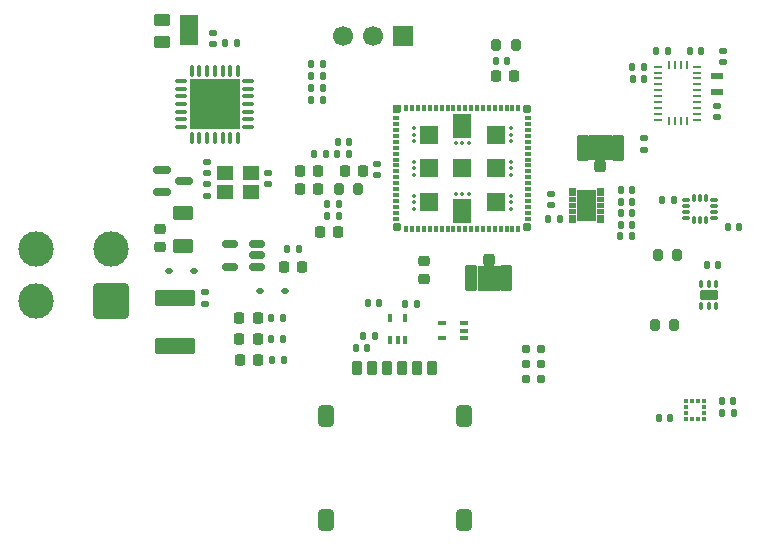
<source format=gbr>
%TF.GenerationSoftware,KiCad,Pcbnew,9.0.1-1.fc42*%
%TF.CreationDate,2025-04-29T06:49:19+02:00*%
%TF.ProjectId,westfly_ahrs_nrf,77657374-666c-4795-9f61-6872735f6e72,0.02*%
%TF.SameCoordinates,Original*%
%TF.FileFunction,Soldermask,Top*%
%TF.FilePolarity,Negative*%
%FSLAX46Y46*%
G04 Gerber Fmt 4.6, Leading zero omitted, Abs format (unit mm)*
G04 Created by KiCad (PCBNEW 9.0.1-1.fc42) date 2025-04-29 06:49:19*
%MOMM*%
%LPD*%
G01*
G04 APERTURE LIST*
G04 Aperture macros list*
%AMRoundRect*
0 Rectangle with rounded corners*
0 $1 Rounding radius*
0 $2 $3 $4 $5 $6 $7 $8 $9 X,Y pos of 4 corners*
0 Add a 4 corners polygon primitive as box body*
4,1,4,$2,$3,$4,$5,$6,$7,$8,$9,$2,$3,0*
0 Add four circle primitives for the rounded corners*
1,1,$1+$1,$2,$3*
1,1,$1+$1,$4,$5*
1,1,$1+$1,$6,$7*
1,1,$1+$1,$8,$9*
0 Add four rect primitives between the rounded corners*
20,1,$1+$1,$2,$3,$4,$5,0*
20,1,$1+$1,$4,$5,$6,$7,0*
20,1,$1+$1,$6,$7,$8,$9,0*
20,1,$1+$1,$8,$9,$2,$3,0*%
%AMFreePoly0*
4,1,18,-0.325000,0.292500,-0.322526,0.304937,-0.315481,0.315481,-0.304937,0.322526,-0.292500,0.325000,0.292500,0.325000,0.304937,0.322526,0.315481,0.315481,0.322526,0.304937,0.325000,0.292500,0.325000,-0.195000,0.195000,-0.325000,-0.292500,-0.325000,-0.304937,-0.322526,-0.315481,-0.315481,-0.322526,-0.304937,-0.325000,-0.292500,-0.325000,0.292500,-0.325000,0.292500,$1*%
%AMFreePoly1*
4,1,6,1.000000,0.000000,0.500000,-0.750000,-0.500000,-0.750000,-0.500000,0.750000,0.500000,0.750000,1.000000,0.000000,1.000000,0.000000,$1*%
%AMFreePoly2*
4,1,6,0.500000,-0.750000,-0.650000,-0.750000,-0.150000,0.000000,-0.650000,0.750000,0.500000,0.750000,0.500000,-0.750000,0.500000,-0.750000,$1*%
G04 Aperture macros list end*
%ADD10C,0.010000*%
%ADD11RoundRect,0.250000X0.250000X-0.275000X0.250000X0.275000X-0.250000X0.275000X-0.250000X-0.275000X0*%
%ADD12RoundRect,0.250000X0.275000X-0.850000X0.275000X0.850000X-0.275000X0.850000X-0.275000X-0.850000X0*%
%ADD13RoundRect,0.250000X-0.250000X0.275000X-0.250000X-0.275000X0.250000X-0.275000X0.250000X0.275000X0*%
%ADD14RoundRect,0.250000X-0.275000X0.850000X-0.275000X-0.850000X0.275000X-0.850000X0.275000X0.850000X0*%
%ADD15RoundRect,0.140000X-0.140000X-0.170000X0.140000X-0.170000X0.140000X0.170000X-0.140000X0.170000X0*%
%ADD16R,1.400000X1.200000*%
%ADD17RoundRect,0.250000X-0.625000X0.375000X-0.625000X-0.375000X0.625000X-0.375000X0.625000X0.375000X0*%
%ADD18RoundRect,0.225000X-0.250000X0.225000X-0.250000X-0.225000X0.250000X-0.225000X0.250000X0.225000X0*%
%ADD19RoundRect,0.140000X0.140000X0.170000X-0.140000X0.170000X-0.140000X-0.170000X0.140000X-0.170000X0*%
%ADD20RoundRect,0.249999X-1.450001X0.450001X-1.450001X-0.450001X1.450001X-0.450001X1.450001X0.450001X0*%
%ADD21RoundRect,0.100000X0.225000X0.100000X-0.225000X0.100000X-0.225000X-0.100000X0.225000X-0.100000X0*%
%ADD22RoundRect,0.200000X0.200000X0.275000X-0.200000X0.275000X-0.200000X-0.275000X0.200000X-0.275000X0*%
%ADD23RoundRect,0.225000X0.225000X0.250000X-0.225000X0.250000X-0.225000X-0.250000X0.225000X-0.250000X0*%
%ADD24RoundRect,0.112500X0.187500X0.112500X-0.187500X0.112500X-0.187500X-0.112500X0.187500X-0.112500X0*%
%ADD25RoundRect,0.135000X-0.135000X-0.185000X0.135000X-0.185000X0.135000X0.185000X-0.135000X0.185000X0*%
%ADD26RoundRect,0.075000X-0.075000X0.437500X-0.075000X-0.437500X0.075000X-0.437500X0.075000X0.437500X0*%
%ADD27RoundRect,0.075000X-0.437500X0.075000X-0.437500X-0.075000X0.437500X-0.075000X0.437500X0.075000X0*%
%ADD28R,4.250000X4.250000*%
%ADD29FreePoly0,0.000000*%
%ADD30RoundRect,0.015000X0.210000X-0.135000X0.210000X0.135000X-0.210000X0.135000X-0.210000X-0.135000X0*%
%ADD31RoundRect,0.032500X-0.292500X-0.292500X0.292500X-0.292500X0.292500X0.292500X-0.292500X0.292500X0*%
%ADD32RoundRect,0.015000X-0.135000X-0.210000X0.135000X-0.210000X0.135000X0.210000X-0.135000X0.210000X0*%
%ADD33RoundRect,0.010000X-0.090000X-0.090000X0.090000X-0.090000X0.090000X0.090000X-0.090000X0.090000X0*%
%ADD34RoundRect,0.010000X0.090000X-0.090000X0.090000X0.090000X-0.090000X0.090000X-0.090000X-0.090000X0*%
%ADD35RoundRect,0.080000X-0.720000X-0.720000X0.720000X-0.720000X0.720000X0.720000X-0.720000X0.720000X0*%
%ADD36RoundRect,0.080000X-0.720000X-0.895000X0.720000X-0.895000X0.720000X0.895000X-0.720000X0.895000X0*%
%ADD37RoundRect,0.200000X-0.200000X-0.275000X0.200000X-0.275000X0.200000X0.275000X-0.200000X0.275000X0*%
%ADD38RoundRect,0.225000X-0.225000X-0.250000X0.225000X-0.250000X0.225000X0.250000X-0.225000X0.250000X0*%
%ADD39FreePoly1,90.000000*%
%ADD40FreePoly2,90.000000*%
%ADD41RoundRect,0.140000X-0.170000X0.140000X-0.170000X-0.140000X0.170000X-0.140000X0.170000X0.140000X0*%
%ADD42RoundRect,0.135000X0.135000X0.185000X-0.135000X0.185000X-0.135000X-0.185000X0.135000X-0.185000X0*%
%ADD43O,0.390000X0.640000*%
%ADD44C,0.202000*%
%ADD45RoundRect,0.070000X0.675000X-0.325000X0.675000X0.325000X-0.675000X0.325000X-0.675000X-0.325000X0*%
%ADD46RoundRect,0.150000X0.512500X0.150000X-0.512500X0.150000X-0.512500X-0.150000X0.512500X-0.150000X0*%
%ADD47RoundRect,0.140000X0.170000X-0.140000X0.170000X0.140000X-0.170000X0.140000X-0.170000X-0.140000X0*%
%ADD48RoundRect,0.147500X0.172500X-0.147500X0.172500X0.147500X-0.172500X0.147500X-0.172500X-0.147500X0*%
%ADD49C,0.787400*%
%ADD50RoundRect,0.100000X0.100000X-0.225000X0.100000X0.225000X-0.100000X0.225000X-0.100000X-0.225000X0*%
%ADD51RoundRect,0.218750X-0.218750X-0.256250X0.218750X-0.256250X0.218750X0.256250X-0.218750X0.256250X0*%
%ADD52RoundRect,0.225000X-0.225000X-0.375000X0.225000X-0.375000X0.225000X0.375000X-0.225000X0.375000X0*%
%ADD53RoundRect,0.250000X-0.400000X-0.650000X0.400000X-0.650000X0.400000X0.650000X-0.400000X0.650000X0*%
%ADD54R,0.375000X0.350000*%
%ADD55R,0.350000X0.375000*%
%ADD56RoundRect,0.135000X0.185000X-0.135000X0.185000X0.135000X-0.185000X0.135000X-0.185000X-0.135000X0*%
%ADD57RoundRect,0.150000X-0.587500X-0.150000X0.587500X-0.150000X0.587500X0.150000X-0.587500X0.150000X0*%
%ADD58R,1.700000X1.700000*%
%ADD59C,1.700000*%
%ADD60R,0.675000X0.254000*%
%ADD61R,0.254000X0.675000*%
%ADD62R,1.100000X0.600000*%
%ADD63RoundRect,0.250000X-0.450000X0.262500X-0.450000X-0.262500X0.450000X-0.262500X0.450000X0.262500X0*%
%ADD64RoundRect,0.087500X-0.225000X-0.087500X0.225000X-0.087500X0.225000X0.087500X-0.225000X0.087500X0*%
%ADD65RoundRect,0.087500X-0.087500X-0.225000X0.087500X-0.225000X0.087500X0.225000X-0.087500X0.225000X0*%
%ADD66RoundRect,0.284091X1.215909X1.215909X-1.215909X1.215909X-1.215909X-1.215909X1.215909X-1.215909X0*%
%ADD67C,3.000000*%
G04 APERTURE END LIST*
%TO.C,J7*%
G36*
X218311000Y-90042400D02*
G01*
X220191000Y-90042400D01*
X220191000Y-87952400D01*
X218311000Y-87952400D01*
X218311000Y-90042400D01*
G37*
%TO.C,J6*%
G36*
X210744000Y-99002200D02*
G01*
X208864000Y-99002200D01*
X208864000Y-101092200D01*
X210744000Y-101092200D01*
X210744000Y-99002200D01*
G37*
%TO.C,JP1*%
G36*
X183654000Y-80256000D02*
G01*
X185154000Y-80256000D01*
X185154000Y-77806000D01*
X183654000Y-77806000D01*
X183654000Y-80256000D01*
G37*
D10*
%TO.C,U1*%
X217103800Y-93006000D02*
X216578800Y-93006000D01*
X216578800Y-92391000D01*
X217103800Y-92391000D01*
X217103800Y-93006000D01*
G36*
X217103800Y-93006000D02*
G01*
X216578800Y-93006000D01*
X216578800Y-92391000D01*
X217103800Y-92391000D01*
X217103800Y-93006000D01*
G37*
X217103800Y-93529500D02*
X216578800Y-93529500D01*
X216578800Y-93154500D01*
X217103800Y-93154500D01*
X217103800Y-93529500D01*
G36*
X217103800Y-93529500D02*
G01*
X216578800Y-93529500D01*
X216578800Y-93154500D01*
X217103800Y-93154500D01*
X217103800Y-93529500D01*
G37*
X217103800Y-94029500D02*
X216578800Y-94029500D01*
X216578800Y-93654500D01*
X217103800Y-93654500D01*
X217103800Y-94029500D01*
G36*
X217103800Y-94029500D02*
G01*
X216578800Y-94029500D01*
X216578800Y-93654500D01*
X217103800Y-93654500D01*
X217103800Y-94029500D01*
G37*
X217103800Y-94529500D02*
X216578800Y-94529500D01*
X216578800Y-94154500D01*
X217103800Y-94154500D01*
X217103800Y-94529500D01*
G36*
X217103800Y-94529500D02*
G01*
X216578800Y-94529500D01*
X216578800Y-94154500D01*
X217103800Y-94154500D01*
X217103800Y-94529500D01*
G37*
X217103800Y-95293000D02*
X216578800Y-95293000D01*
X216578800Y-94678000D01*
X217103800Y-94678000D01*
X217103800Y-95293000D01*
G36*
X217103800Y-95293000D02*
G01*
X216578800Y-95293000D01*
X216578800Y-94678000D01*
X217103800Y-94678000D01*
X217103800Y-95293000D01*
G37*
X218803800Y-95092000D02*
X217253800Y-95092000D01*
X217253800Y-92592000D01*
X218803800Y-92592000D01*
X218803800Y-95092000D01*
G36*
X218803800Y-95092000D02*
G01*
X217253800Y-95092000D01*
X217253800Y-92592000D01*
X218803800Y-92592000D01*
X218803800Y-95092000D01*
G37*
X219478800Y-93006000D02*
X218953800Y-93006000D01*
X218953800Y-92391000D01*
X219478800Y-92391000D01*
X219478800Y-93006000D01*
G36*
X219478800Y-93006000D02*
G01*
X218953800Y-93006000D01*
X218953800Y-92391000D01*
X219478800Y-92391000D01*
X219478800Y-93006000D01*
G37*
X219478800Y-93529500D02*
X218953800Y-93529500D01*
X218953800Y-93154500D01*
X219478800Y-93154500D01*
X219478800Y-93529500D01*
G36*
X219478800Y-93529500D02*
G01*
X218953800Y-93529500D01*
X218953800Y-93154500D01*
X219478800Y-93154500D01*
X219478800Y-93529500D01*
G37*
X219478800Y-94029500D02*
X218953800Y-94029500D01*
X218953800Y-93654500D01*
X219478800Y-93654500D01*
X219478800Y-94029500D01*
G36*
X219478800Y-94029500D02*
G01*
X218953800Y-94029500D01*
X218953800Y-93654500D01*
X219478800Y-93654500D01*
X219478800Y-94029500D01*
G37*
X219478800Y-94529500D02*
X218953800Y-94529500D01*
X218953800Y-94154500D01*
X219478800Y-94154500D01*
X219478800Y-94529500D01*
G36*
X219478800Y-94529500D02*
G01*
X218953800Y-94529500D01*
X218953800Y-94154500D01*
X219478800Y-94154500D01*
X219478800Y-94529500D01*
G37*
X219478800Y-95293000D02*
X218953800Y-95293000D01*
X218953800Y-94678000D01*
X219478800Y-94678000D01*
X219478800Y-95293000D01*
G36*
X219478800Y-95293000D02*
G01*
X218953800Y-95293000D01*
X218953800Y-94678000D01*
X219478800Y-94678000D01*
X219478800Y-95293000D01*
G37*
%TD*%
D11*
%TO.C,J7*%
X219251000Y-90577400D03*
D12*
X217776000Y-89052400D03*
X220726000Y-89052400D03*
%TD*%
D13*
%TO.C,J6*%
X209804000Y-98467200D03*
D14*
X211279000Y-99992200D03*
X208329000Y-99992200D03*
%TD*%
D15*
%TO.C,C24*%
X226799200Y-80822800D03*
X227759200Y-80822800D03*
%TD*%
D16*
%TO.C,Y3*%
X187452000Y-92710000D03*
X189652000Y-92710000D03*
X189652000Y-91110000D03*
X187452000Y-91110000D03*
%TD*%
D17*
%TO.C,F4*%
X183896000Y-94485000D03*
X183896000Y-97285000D03*
%TD*%
D18*
%TO.C,C2*%
X181991000Y-95859000D03*
X181991000Y-97409000D03*
%TD*%
D19*
%TO.C,C45*%
X221917200Y-93573600D03*
X220957200Y-93573600D03*
%TD*%
D20*
%TO.C,F3*%
X183261000Y-101709000D03*
X183261000Y-105809000D03*
%TD*%
D15*
%TO.C,C26*%
X202720000Y-102209600D03*
X203680000Y-102209600D03*
%TD*%
D19*
%TO.C,C28*%
X199491600Y-105968800D03*
X198531600Y-105968800D03*
%TD*%
D15*
%TO.C,C41*%
X197007600Y-88493600D03*
X197967600Y-88493600D03*
%TD*%
D21*
%TO.C,U15*%
X207741600Y-105135200D03*
X207741600Y-104485200D03*
X207741600Y-103835200D03*
X205841600Y-103835200D03*
X205841600Y-105135200D03*
%TD*%
D15*
%TO.C,C4*%
X214833200Y-94996000D03*
X215793200Y-94996000D03*
%TD*%
D22*
%TO.C,L6*%
X212090000Y-80314800D03*
X210440000Y-80314800D03*
%TD*%
D15*
%TO.C,C36*%
X230053000Y-95709800D03*
X231013000Y-95709800D03*
%TD*%
D23*
%TO.C,C32*%
X195339000Y-92506800D03*
X193789000Y-92506800D03*
%TD*%
D22*
%TO.C,R19*%
X225764200Y-98101400D03*
X224114200Y-98101400D03*
%TD*%
D24*
%TO.C,D2*%
X184818000Y-99441000D03*
X182718000Y-99441000D03*
%TD*%
D19*
%TO.C,C38*%
X225139800Y-111919000D03*
X224179800Y-111919000D03*
%TD*%
D25*
%TO.C,R208*%
X187450000Y-80162400D03*
X188470000Y-80162400D03*
%TD*%
D26*
%TO.C,U45*%
X188556500Y-82461500D03*
X187906500Y-82461500D03*
X187256500Y-82461500D03*
X186606500Y-82461500D03*
X185956500Y-82461500D03*
X185306500Y-82461500D03*
X184656500Y-82461500D03*
D27*
X183769000Y-83349000D03*
X183769000Y-83999000D03*
X183769000Y-84649000D03*
X183769000Y-85299000D03*
X183769000Y-85949000D03*
X183769000Y-86599000D03*
X183769000Y-87249000D03*
D26*
X184656500Y-88136500D03*
X185306500Y-88136500D03*
X185956500Y-88136500D03*
X186606500Y-88136500D03*
X187256500Y-88136500D03*
X187906500Y-88136500D03*
X188556500Y-88136500D03*
D27*
X189444000Y-87249000D03*
X189444000Y-86599000D03*
X189444000Y-85949000D03*
X189444000Y-85299000D03*
X189444000Y-84649000D03*
X189444000Y-83999000D03*
X189444000Y-83349000D03*
D28*
X186606500Y-85299000D03*
%TD*%
D29*
%TO.C,U10*%
X202056800Y-85748800D03*
D30*
X201956800Y-86498800D03*
X201956800Y-86998800D03*
X201956800Y-87498800D03*
X201956800Y-87998800D03*
X201956800Y-88498800D03*
X201956800Y-88998800D03*
X201956800Y-89498800D03*
X201956800Y-89998800D03*
X201956800Y-90498800D03*
X201956800Y-90998800D03*
X201956800Y-91498800D03*
X201956800Y-91998800D03*
X201956800Y-92498800D03*
X201956800Y-92998800D03*
X201956800Y-93498800D03*
X201956800Y-93998800D03*
X201956800Y-94498800D03*
X201956800Y-94998800D03*
D31*
X202056800Y-95748800D03*
D32*
X202806800Y-95848800D03*
X203306800Y-95848800D03*
X203806800Y-95848800D03*
X204306800Y-95848800D03*
X204806800Y-95848800D03*
X205306800Y-95848800D03*
X205806800Y-95848800D03*
X206306800Y-95848800D03*
X206806800Y-95848800D03*
X207306800Y-95848800D03*
X207806800Y-95848800D03*
X208306800Y-95848800D03*
X208806800Y-95848800D03*
X209306800Y-95848800D03*
X209806800Y-95848800D03*
X210306800Y-95848800D03*
X210806800Y-95848800D03*
X211306800Y-95848800D03*
X211806800Y-95848800D03*
X212306800Y-95848800D03*
D31*
X213056800Y-95748800D03*
D30*
X213156800Y-94998800D03*
X213156800Y-94498800D03*
X213156800Y-93998800D03*
X213156800Y-93498800D03*
X213156800Y-92998800D03*
X213156800Y-92498800D03*
X213156800Y-91998800D03*
X213156800Y-91498800D03*
X213156800Y-90998800D03*
X213156800Y-90498800D03*
X213156800Y-89998800D03*
X213156800Y-89498800D03*
X213156800Y-88998800D03*
X213156800Y-88498800D03*
X213156800Y-87998800D03*
X213156800Y-87498800D03*
X213156800Y-86998800D03*
X213156800Y-86498800D03*
D31*
X213056800Y-85748800D03*
D32*
X212306800Y-85648800D03*
X211806800Y-85648800D03*
X211306800Y-85648800D03*
X210806800Y-85648800D03*
X210306800Y-85648800D03*
X209806800Y-85648800D03*
X209306800Y-85648800D03*
X208806800Y-85648800D03*
X208306800Y-85648800D03*
X207806800Y-85648800D03*
X207306800Y-85648800D03*
X206806800Y-85648800D03*
X206306800Y-85648800D03*
X205806800Y-85648800D03*
X205306800Y-85648800D03*
X204806800Y-85648800D03*
X204306800Y-85648800D03*
X203806800Y-85648800D03*
X203306800Y-85648800D03*
X202806800Y-85648800D03*
D33*
X203456800Y-87348800D03*
X203456800Y-87898800D03*
X203456800Y-88448800D03*
X203456800Y-90198800D03*
X203456800Y-90748800D03*
X203456800Y-91298800D03*
X203456800Y-93048800D03*
X203456800Y-93598800D03*
X203456800Y-94148800D03*
D34*
X207006800Y-92898800D03*
X207556800Y-92898800D03*
X208106800Y-92898800D03*
D33*
X211656800Y-94148800D03*
X211656800Y-93598800D03*
X211656800Y-93048800D03*
X211656800Y-91298800D03*
X211656800Y-90748800D03*
X211656800Y-90198800D03*
X211656800Y-88448800D03*
X211656800Y-87898800D03*
X211656800Y-87348800D03*
D34*
X208106800Y-88598800D03*
X207556800Y-88598800D03*
X207006800Y-88598800D03*
D35*
X204706800Y-87898800D03*
X204706800Y-90748800D03*
X204706800Y-93598800D03*
D36*
X207556800Y-94323800D03*
D35*
X210406800Y-93598800D03*
X210406800Y-90748800D03*
X210406800Y-87898800D03*
D36*
X207556800Y-87173800D03*
D35*
X207556800Y-90748800D03*
%TD*%
D19*
%TO.C,C35*%
X211373600Y-81635600D03*
X210413600Y-81635600D03*
%TD*%
D37*
%TO.C,R18*%
X223863400Y-103987600D03*
X225513400Y-103987600D03*
%TD*%
D38*
%TO.C,C39*%
X210413600Y-82956400D03*
X211963600Y-82956400D03*
%TD*%
D39*
%TO.C,JP1*%
X184404000Y-79756000D03*
D40*
X184404000Y-78306000D03*
%TD*%
D25*
%TO.C,R23*%
X229534600Y-111461800D03*
X230554600Y-111461800D03*
%TD*%
%TO.C,R31*%
X194716400Y-82956400D03*
X195736400Y-82956400D03*
%TD*%
D19*
%TO.C,C20*%
X200146800Y-104952800D03*
X199186800Y-104952800D03*
%TD*%
D41*
%TO.C,C30*%
X229158800Y-85473600D03*
X229158800Y-86433600D03*
%TD*%
D42*
%TO.C,R5*%
X222912400Y-82143600D03*
X221892400Y-82143600D03*
%TD*%
D43*
%TO.C,U12*%
X227779400Y-102414400D03*
X228429400Y-102414400D03*
X229079400Y-102414400D03*
X229079400Y-100514400D03*
X228429400Y-100514400D03*
X227779400Y-100514400D03*
D44*
X228029400Y-101464400D03*
D45*
X228429400Y-101464400D03*
D44*
X228829400Y-101464400D03*
%TD*%
D46*
%TO.C,U3*%
X190178200Y-99065400D03*
X190178200Y-98115400D03*
X190178200Y-97165400D03*
X187903200Y-97165400D03*
X187903200Y-99065400D03*
%TD*%
D47*
%TO.C,C199*%
X185928000Y-93065600D03*
X185928000Y-92105600D03*
%TD*%
D48*
%TO.C,L1*%
X215036400Y-93878400D03*
X215036400Y-92908400D03*
%TD*%
D25*
%TO.C,R30*%
X194714400Y-83972400D03*
X195734400Y-83972400D03*
%TD*%
D38*
%TO.C,C1*%
X192428200Y-99090400D03*
X193978200Y-99090400D03*
%TD*%
D24*
%TO.C,D7*%
X192566000Y-101092000D03*
X190466000Y-101092000D03*
%TD*%
D42*
%TO.C,R22*%
X225449200Y-93402400D03*
X224429200Y-93402400D03*
%TD*%
D49*
%TO.C,J4*%
X214198200Y-108559600D03*
X212928200Y-108559600D03*
X214198200Y-107289600D03*
X212928200Y-107289600D03*
X214198200Y-106019600D03*
X212928200Y-106019600D03*
%TD*%
D50*
%TO.C,U7*%
X201432400Y-105293200D03*
X202082400Y-105293200D03*
X202732400Y-105293200D03*
X202732400Y-103393200D03*
X201432400Y-103393200D03*
%TD*%
D42*
%TO.C,R3*%
X193713200Y-97590400D03*
X192693200Y-97590400D03*
%TD*%
D15*
%TO.C,C21*%
X228243800Y-98965000D03*
X229203800Y-98965000D03*
%TD*%
D51*
%TO.C,D3*%
X188671000Y-103378000D03*
X190246000Y-103378000D03*
%TD*%
D52*
%TO.C,J9*%
X198653400Y-107649200D03*
X201193400Y-107649200D03*
X203733400Y-107649200D03*
X199923400Y-107649200D03*
X202463400Y-107649200D03*
X205003400Y-107649200D03*
D53*
X195978400Y-120549200D03*
X195978400Y-111749200D03*
X207678400Y-111749200D03*
X207678400Y-120549200D03*
%TD*%
D25*
%TO.C,R29*%
X194716400Y-84988400D03*
X195736400Y-84988400D03*
%TD*%
D38*
%TO.C,C27*%
X197599000Y-90982800D03*
X199149000Y-90982800D03*
%TD*%
D22*
%TO.C,L2*%
X198754000Y-92506800D03*
X197104000Y-92506800D03*
%TD*%
D54*
%TO.C,U11*%
X226514000Y-110453800D03*
X226514000Y-110953800D03*
X226514000Y-111453800D03*
X226514000Y-111953800D03*
D55*
X227026500Y-111966300D03*
X227526500Y-111966300D03*
D54*
X228039000Y-111953800D03*
X228039000Y-111453800D03*
X228039000Y-110953800D03*
X228039000Y-110453800D03*
D55*
X227526500Y-110441300D03*
X227026500Y-110441300D03*
%TD*%
D42*
%TO.C,R12*%
X224995200Y-80822800D03*
X223975200Y-80822800D03*
%TD*%
D19*
%TO.C,C42*%
X221917200Y-95504000D03*
X220957200Y-95504000D03*
%TD*%
D56*
%TO.C,R1*%
X185801000Y-102235000D03*
X185801000Y-101215000D03*
%TD*%
D47*
%TO.C,C31*%
X229616000Y-81760000D03*
X229616000Y-80800000D03*
%TD*%
%TO.C,C33*%
X200355200Y-91310400D03*
X200355200Y-90350400D03*
%TD*%
D42*
%TO.C,R21*%
X192403700Y-105162600D03*
X191383700Y-105162600D03*
%TD*%
D19*
%TO.C,C44*%
X221917200Y-94538800D03*
X220957200Y-94538800D03*
%TD*%
%TO.C,C43*%
X221917200Y-92608400D03*
X220957200Y-92608400D03*
%TD*%
D18*
%TO.C,C40*%
X204317600Y-98602800D03*
X204317600Y-100152800D03*
%TD*%
D23*
%TO.C,C3*%
X195339000Y-90982800D03*
X193789000Y-90982800D03*
%TD*%
D57*
%TO.C,D5*%
X182118000Y-90860800D03*
X182118000Y-92760800D03*
X183993000Y-91810800D03*
%TD*%
D58*
%TO.C,J1*%
X202539600Y-79552800D03*
D59*
X199999600Y-79552800D03*
X197459600Y-79552800D03*
%TD*%
D47*
%TO.C,C196*%
X186436000Y-80208000D03*
X186436000Y-79248000D03*
%TD*%
D56*
%TO.C,R13*%
X222910400Y-89154000D03*
X222910400Y-88134000D03*
%TD*%
D19*
%TO.C,C23*%
X222933200Y-83185000D03*
X221973200Y-83185000D03*
%TD*%
D41*
%TO.C,C197*%
X185928000Y-90198000D03*
X185928000Y-91158000D03*
%TD*%
D60*
%TO.C,U9*%
X227464500Y-82128900D03*
D61*
X226552000Y-81991400D03*
X226052000Y-81991400D03*
X225552000Y-81991400D03*
X225052000Y-81991400D03*
D60*
X224139500Y-82128900D03*
X224139500Y-82628900D03*
X224139500Y-83128900D03*
X224139500Y-83628900D03*
X224139500Y-84128900D03*
X224139500Y-84628900D03*
X224139500Y-85128900D03*
X224139500Y-85628900D03*
X224139500Y-86128900D03*
X224139500Y-86628900D03*
D61*
X225052000Y-86766400D03*
X225552000Y-86766400D03*
X226052000Y-86766400D03*
X226552000Y-86766400D03*
D60*
X227464500Y-86628900D03*
X227464500Y-86128900D03*
X227464500Y-85628900D03*
X227464500Y-85128900D03*
X227464500Y-84628900D03*
X227464500Y-84128900D03*
X227464500Y-83628900D03*
X227464500Y-83128900D03*
X227464500Y-82628900D03*
%TD*%
D25*
%TO.C,R32*%
X194716400Y-81940400D03*
X195736400Y-81940400D03*
%TD*%
D62*
%TO.C,Y2*%
X229158800Y-82905600D03*
X229158800Y-84305600D03*
%TD*%
D15*
%TO.C,C37*%
X229539200Y-110445800D03*
X230499200Y-110445800D03*
%TD*%
D19*
%TO.C,C34*%
X197098800Y-93776800D03*
X196138800Y-93776800D03*
%TD*%
D42*
%TO.C,R20*%
X192407000Y-103378000D03*
X191387000Y-103378000D03*
%TD*%
D15*
%TO.C,C25*%
X199570400Y-102108000D03*
X200530400Y-102108000D03*
%TD*%
D63*
%TO.C,R25*%
X182118000Y-78185000D03*
X182118000Y-80010000D03*
%TD*%
D51*
%TO.C,D4*%
X188671000Y-105156000D03*
X190246000Y-105156000D03*
%TD*%
D23*
%TO.C,C22*%
X197053200Y-96113600D03*
X195503200Y-96113600D03*
%TD*%
D42*
%TO.C,R24*%
X192457700Y-106984800D03*
X191437700Y-106984800D03*
%TD*%
%TO.C,R36*%
X221947200Y-96469200D03*
X220927200Y-96469200D03*
%TD*%
D64*
%TO.C,U6*%
X226514000Y-93435800D03*
X226514000Y-93935800D03*
X226514000Y-94435800D03*
X226514000Y-94935800D03*
D65*
X227176500Y-95098300D03*
X227676500Y-95098300D03*
X228176500Y-95098300D03*
D64*
X228839000Y-94935800D03*
X228839000Y-94435800D03*
X228839000Y-93935800D03*
X228839000Y-93435800D03*
D65*
X228176500Y-93273300D03*
X227676500Y-93273300D03*
X227176500Y-93273300D03*
%TD*%
D66*
%TO.C,J3*%
X177800000Y-102000000D03*
D67*
X177800000Y-97550000D03*
X171450000Y-97550000D03*
X171450000Y-102000000D03*
%TD*%
D15*
%TO.C,C29*%
X196116000Y-94792800D03*
X197076000Y-94792800D03*
%TD*%
D41*
%TO.C,C198*%
X191135000Y-91115000D03*
X191135000Y-92075000D03*
%TD*%
D51*
%TO.C,D6*%
X188696500Y-106934000D03*
X190271500Y-106934000D03*
%TD*%
D42*
%TO.C,R34*%
X197969600Y-89509600D03*
X196949600Y-89509600D03*
%TD*%
D25*
%TO.C,R35*%
X195017200Y-89509600D03*
X196037200Y-89509600D03*
%TD*%
M02*

</source>
